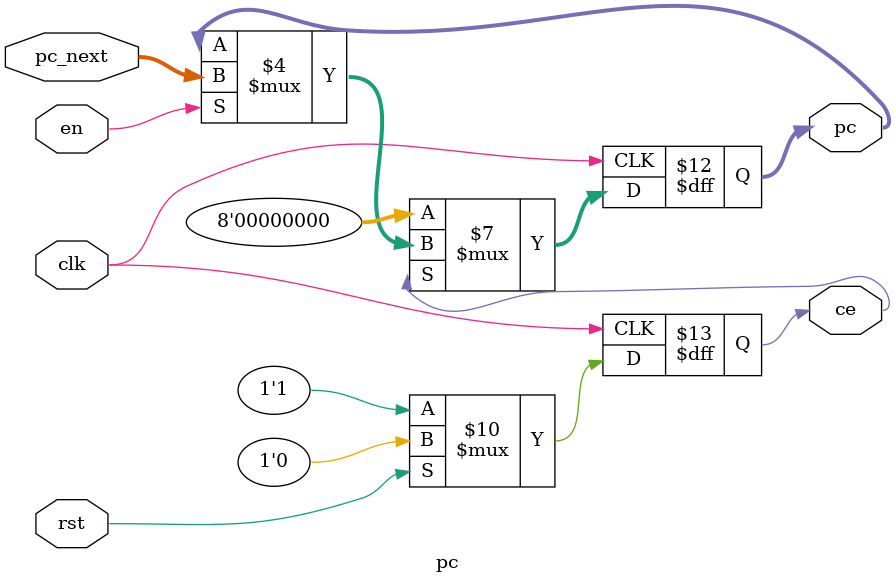
<source format=v>
module pc #(parameter WIDTH=8)(
    input clk,en,rst,
    input [WIDTH-1:0] pc_next,
    output reg [ WIDTH-1:0] pc,
    output reg ce
);
    always @(posedge clk) begin
        if(rst) begin
            ce <= 0;
        end
        else begin
            ce <= 1;
        end
    end

    always @(posedge clk) begin
        if(!ce) begin
            pc <= 32'hbfc00000;
        end
        else if(en) begin
            pc <= pc_next;
        end
    end
endmodule
</source>
